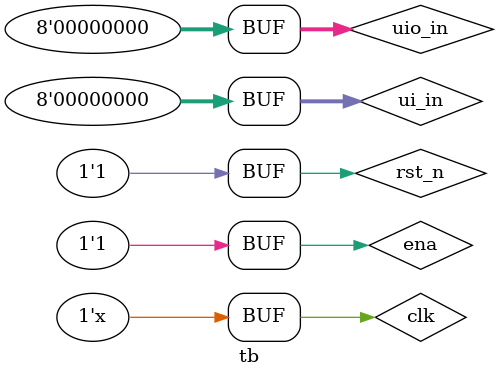
<source format=v>
`timescale 1ns / 1ps

module tb;

    reg  [7:0] ui_in = 0;
    reg  [7:0] uio_in = 0;
    reg clk = 0;
    reg rst_n = 1;
    reg ena = 1;

    wire [7:0] uo_out;
    wire [7:0] uio_out;
    wire [7:0] uio_oe;

    tt_um_unsigned_divider uut (
        .ui_in(ui_in),
        .uo_out(uo_out),
        .uio_in(uio_in),
        .uio_out(uio_out),
        .uio_oe(uio_oe),
        .clk(clk),
        .rst_n(rst_n),
        .ena(ena)
    );

    always #5 clk = ~clk;

endmodule

</source>
